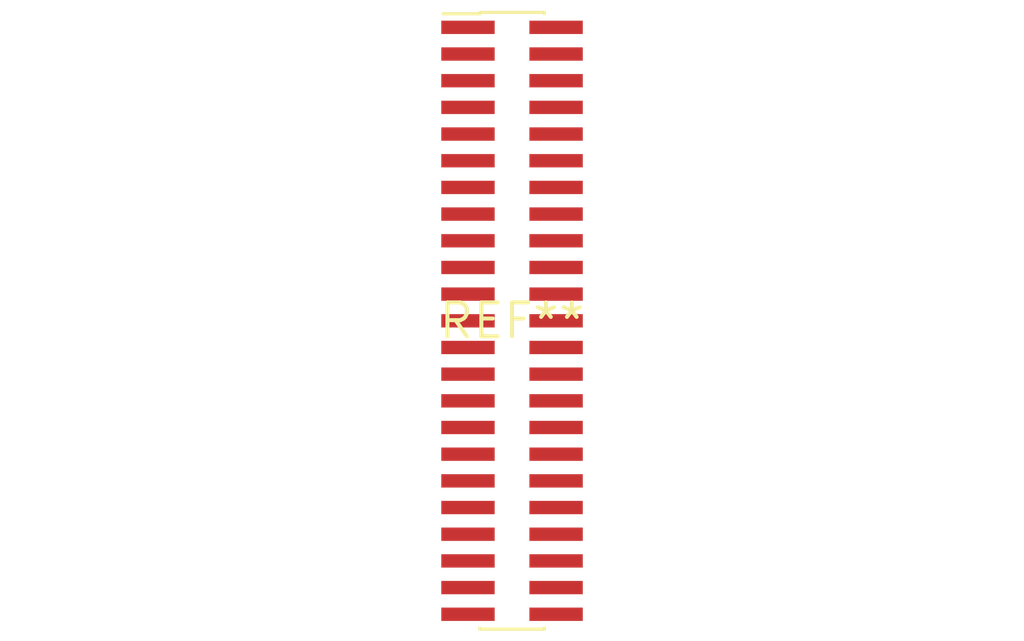
<source format=kicad_pcb>
(kicad_pcb (version 20240108) (generator pcbnew)
  (layers (0 "F.Cu" signal) (31 "B.Cu" signal) (34 "B.Paste" user) (35 "F.Paste" user) (36 "B.SilkS" user "B.Silkscreen") (37 "F.SilkS" user "F.Silkscreen") (38 "B.Mask" user) (39 "F.Mask" user) (44 "Edge.Cuts" user))
  (net 0 "")
  (footprint "PinHeader_2x23_P1.00mm_Vertical_SMD" (layer "F.Cu") (at 0 0)
    (property "Reference" "REF**")
    (property "Value" "PinHeader_2x23_P1.00mm_Vertical_SMD")
    (fp_line (start -2.59 -11.51) (end -1.21 -11.51) (layer "F.SilkS") (stroke (width 0.12)))
    (fp_line (start -1.21 -11.56) (end -1.21 -11.51) (layer "F.SilkS") (stroke (width 0.12)))
    (fp_line (start -1.21 -11.56) (end 1.21 -11.56) (layer "F.SilkS") (stroke (width 0.12)))
    (fp_line (start -1.21 11.51) (end -1.21 11.56) (layer "F.SilkS") (stroke (width 0.12)))
    (fp_line (start -1.21 11.56) (end 1.21 11.56) (layer "F.SilkS") (stroke (width 0.12)))
    (fp_line (start 1.21 -11.56) (end 1.21 -11.51) (layer "F.SilkS") (stroke (width 0.12)))
    (fp_line (start 1.21 11.51) (end 1.21 11.56) (layer "F.SilkS") (stroke (width 0.12)))
    (pad "1" smd rect (at -1.65 -11) (size 2 0.5) (layers "F.Cu" "F.Paste" "F.Mask"))
    (pad "2" smd rect (at 1.65 -11) (size 2 0.5) (layers "F.Cu" "F.Paste" "F.Mask"))
    (pad "3" smd rect (at -1.65 -10) (size 2 0.5) (layers "F.Cu" "F.Paste" "F.Mask"))
    (pad "4" smd rect (at 1.65 -10) (size 2 0.5) (layers "F.Cu" "F.Paste" "F.Mask"))
    (pad "5" smd rect (at -1.65 -9) (size 2 0.5) (layers "F.Cu" "F.Paste" "F.Mask"))
    (pad "6" smd rect (at 1.65 -9) (size 2 0.5) (layers "F.Cu" "F.Paste" "F.Mask"))
    (pad "7" smd rect (at -1.65 -8) (size 2 0.5) (layers "F.Cu" "F.Paste" "F.Mask"))
    (pad "8" smd rect (at 1.65 -8) (size 2 0.5) (layers "F.Cu" "F.Paste" "F.Mask"))
    (pad "9" smd rect (at -1.65 -7) (size 2 0.5) (layers "F.Cu" "F.Paste" "F.Mask"))
    (pad "10" smd rect (at 1.65 -7) (size 2 0.5) (layers "F.Cu" "F.Paste" "F.Mask"))
    (pad "11" smd rect (at -1.65 -6) (size 2 0.5) (layers "F.Cu" "F.Paste" "F.Mask"))
    (pad "12" smd rect (at 1.65 -6) (size 2 0.5) (layers "F.Cu" "F.Paste" "F.Mask"))
    (pad "13" smd rect (at -1.65 -5) (size 2 0.5) (layers "F.Cu" "F.Paste" "F.Mask"))
    (pad "14" smd rect (at 1.65 -5) (size 2 0.5) (layers "F.Cu" "F.Paste" "F.Mask"))
    (pad "15" smd rect (at -1.65 -4) (size 2 0.5) (layers "F.Cu" "F.Paste" "F.Mask"))
    (pad "16" smd rect (at 1.65 -4) (size 2 0.5) (layers "F.Cu" "F.Paste" "F.Mask"))
    (pad "17" smd rect (at -1.65 -3) (size 2 0.5) (layers "F.Cu" "F.Paste" "F.Mask"))
    (pad "18" smd rect (at 1.65 -3) (size 2 0.5) (layers "F.Cu" "F.Paste" "F.Mask"))
    (pad "19" smd rect (at -1.65 -2) (size 2 0.5) (layers "F.Cu" "F.Paste" "F.Mask"))
    (pad "20" smd rect (at 1.65 -2) (size 2 0.5) (layers "F.Cu" "F.Paste" "F.Mask"))
    (pad "21" smd rect (at -1.65 -1) (size 2 0.5) (layers "F.Cu" "F.Paste" "F.Mask"))
    (pad "22" smd rect (at 1.65 -1) (size 2 0.5) (layers "F.Cu" "F.Paste" "F.Mask"))
    (pad "23" smd rect (at -1.65 0) (size 2 0.5) (layers "F.Cu" "F.Paste" "F.Mask"))
    (pad "24" smd rect (at 1.65 0) (size 2 0.5) (layers "F.Cu" "F.Paste" "F.Mask"))
    (pad "25" smd rect (at -1.65 1) (size 2 0.5) (layers "F.Cu" "F.Paste" "F.Mask"))
    (pad "26" smd rect (at 1.65 1) (size 2 0.5) (layers "F.Cu" "F.Paste" "F.Mask"))
    (pad "27" smd rect (at -1.65 2) (size 2 0.5) (layers "F.Cu" "F.Paste" "F.Mask"))
    (pad "28" smd rect (at 1.65 2) (size 2 0.5) (layers "F.Cu" "F.Paste" "F.Mask"))
    (pad "29" smd rect (at -1.65 3) (size 2 0.5) (layers "F.Cu" "F.Paste" "F.Mask"))
    (pad "30" smd rect (at 1.65 3) (size 2 0.5) (layers "F.Cu" "F.Paste" "F.Mask"))
    (pad "31" smd rect (at -1.65 4) (size 2 0.5) (layers "F.Cu" "F.Paste" "F.Mask"))
    (pad "32" smd rect (at 1.65 4) (size 2 0.5) (layers "F.Cu" "F.Paste" "F.Mask"))
    (pad "33" smd rect (at -1.65 5) (size 2 0.5) (layers "F.Cu" "F.Paste" "F.Mask"))
    (pad "34" smd rect (at 1.65 5) (size 2 0.5) (layers "F.Cu" "F.Paste" "F.Mask"))
    (pad "35" smd rect (at -1.65 6) (size 2 0.5) (layers "F.Cu" "F.Paste" "F.Mask"))
    (pad "36" smd rect (at 1.65 6) (size 2 0.5) (layers "F.Cu" "F.Paste" "F.Mask"))
    (pad "37" smd rect (at -1.65 7) (size 2 0.5) (layers "F.Cu" "F.Paste" "F.Mask"))
    (pad "38" smd rect (at 1.65 7) (size 2 0.5) (layers "F.Cu" "F.Paste" "F.Mask"))
    (pad "39" smd rect (at -1.65 8) (size 2 0.5) (layers "F.Cu" "F.Paste" "F.Mask"))
    (pad "40" smd rect (at 1.65 8) (size 2 0.5) (layers "F.Cu" "F.Paste" "F.Mask"))
    (pad "41" smd rect (at -1.65 9) (size 2 0.5) (layers "F.Cu" "F.Paste" "F.Mask"))
    (pad "42" smd rect (at 1.65 9) (size 2 0.5) (layers "F.Cu" "F.Paste" "F.Mask"))
    (pad "43" smd rect (at -1.65 10) (size 2 0.5) (layers "F.Cu" "F.Paste" "F.Mask"))
    (pad "44" smd rect (at 1.65 10) (size 2 0.5) (layers "F.Cu" "F.Paste" "F.Mask"))
    (pad "45" smd rect (at -1.65 11) (size 2 0.5) (layers "F.Cu" "F.Paste" "F.Mask"))
    (pad "46" smd rect (at 1.65 11) (size 2 0.5) (layers "F.Cu" "F.Paste" "F.Mask"))
  )
)
</source>
